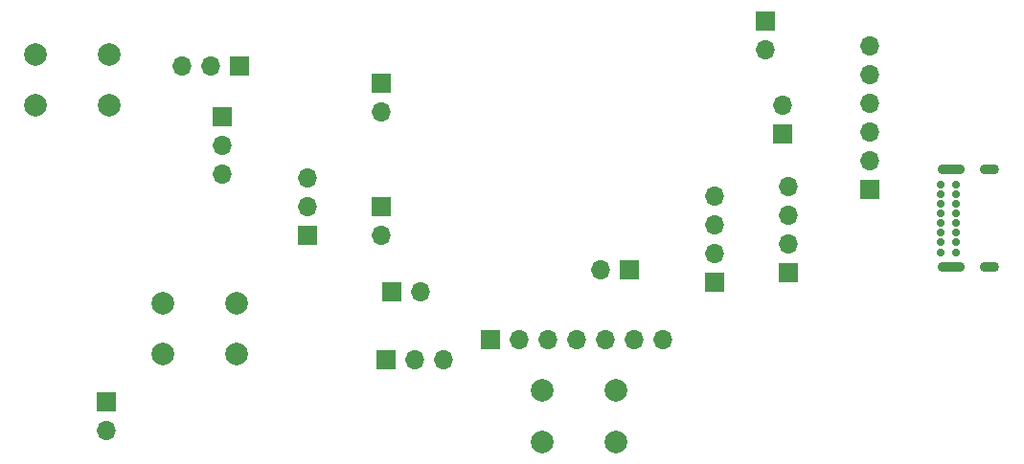
<source format=gbr>
G04 #@! TF.GenerationSoftware,KiCad,Pcbnew,8.0.4*
G04 #@! TF.CreationDate,2024-11-04T17:51:44-06:00*
G04 #@! TF.ProjectId,final_project_v0.1,66696e61-6c5f-4707-926f-6a6563745f76,rev?*
G04 #@! TF.SameCoordinates,Original*
G04 #@! TF.FileFunction,Soldermask,Bot*
G04 #@! TF.FilePolarity,Negative*
%FSLAX46Y46*%
G04 Gerber Fmt 4.6, Leading zero omitted, Abs format (unit mm)*
G04 Created by KiCad (PCBNEW 8.0.4) date 2024-11-04 17:51:44*
%MOMM*%
%LPD*%
G01*
G04 APERTURE LIST*
%ADD10C,2.000000*%
%ADD11R,1.700000X1.700000*%
%ADD12O,1.700000X1.700000*%
%ADD13C,0.700000*%
%ADD14O,2.400000X0.900000*%
%ADD15O,1.700000X0.900000*%
G04 APERTURE END LIST*
D10*
G04 #@! TO.C,SW2*
X94500000Y-101500000D03*
X88000000Y-101500000D03*
X94500000Y-97000000D03*
X88000000Y-97000000D03*
G04 #@! TD*
D11*
G04 #@! TO.C,J2*
X148000000Y-117120000D03*
D12*
X148000000Y-114580000D03*
X148000000Y-112040000D03*
X148000000Y-109500000D03*
G04 #@! TD*
D11*
G04 #@! TO.C,DebugSerialPort1*
X161750000Y-108910000D03*
D12*
X161750000Y-106370000D03*
X161750000Y-103830000D03*
X161750000Y-101290000D03*
X161750000Y-98750000D03*
X161750000Y-96210000D03*
G04 #@! TD*
D11*
G04 #@! TO.C,J10*
X119460000Y-118000000D03*
D12*
X122000000Y-118000000D03*
G04 #@! TD*
D11*
G04 #@! TO.C,J9*
X154000000Y-104040000D03*
D12*
X154000000Y-101500000D03*
G04 #@! TD*
D11*
G04 #@! TO.C,MICDA1*
X112000000Y-113025000D03*
D12*
X112000000Y-110485000D03*
X112000000Y-107945000D03*
G04 #@! TD*
D11*
G04 #@! TO.C,AudioAmplifier1*
X128170000Y-122250000D03*
D12*
X130710000Y-122250000D03*
X133250000Y-122250000D03*
X135790000Y-122250000D03*
X138330000Y-122250000D03*
X140870000Y-122250000D03*
X143410000Y-122250000D03*
G04 #@! TD*
D10*
G04 #@! TO.C,SW3*
X132750000Y-126750000D03*
X139250000Y-126750000D03*
X132750000Y-131250000D03*
X139250000Y-131250000D03*
G04 #@! TD*
D11*
G04 #@! TO.C,J4*
X119000000Y-124000000D03*
D12*
X121540000Y-124000000D03*
X124080000Y-124000000D03*
G04 #@! TD*
D13*
G04 #@! TO.C,J1*
X167975000Y-114475000D03*
X167975000Y-113625000D03*
X167975000Y-112775000D03*
X167975000Y-111925000D03*
X167975000Y-111075000D03*
X167975000Y-110225000D03*
X167975000Y-109375000D03*
X167975000Y-108525000D03*
X169325000Y-108525000D03*
X169325000Y-109375000D03*
X169325000Y-110225000D03*
X169325000Y-111075000D03*
X169325000Y-111925000D03*
X169325000Y-112775000D03*
X169325000Y-113625000D03*
X169325000Y-114475000D03*
D14*
X168955000Y-115825000D03*
D15*
X172335000Y-115825000D03*
D14*
X168955000Y-107175000D03*
D15*
X172335000Y-107175000D03*
G04 #@! TD*
D11*
G04 #@! TO.C,J11*
X94250000Y-127750000D03*
D12*
X94250000Y-130290000D03*
G04 #@! TD*
D11*
G04 #@! TO.C,MICCLK1*
X106000000Y-98000000D03*
D12*
X103460000Y-98000000D03*
X100920000Y-98000000D03*
G04 #@! TD*
D11*
G04 #@! TO.C,J7*
X140500000Y-116000000D03*
D12*
X137960000Y-116000000D03*
G04 #@! TD*
D11*
G04 #@! TO.C,J5*
X118500000Y-110460000D03*
D12*
X118500000Y-113000000D03*
G04 #@! TD*
D11*
G04 #@! TO.C,J6*
X152500000Y-94000000D03*
D12*
X152500000Y-96540000D03*
G04 #@! TD*
D10*
G04 #@! TO.C,SW1*
X99250000Y-119000000D03*
X105750000Y-119000000D03*
X99250000Y-123500000D03*
X105750000Y-123500000D03*
G04 #@! TD*
D11*
G04 #@! TO.C,J3*
X104500000Y-102500000D03*
D12*
X104500000Y-105040000D03*
X104500000Y-107580000D03*
G04 #@! TD*
D11*
G04 #@! TO.C,J8*
X118500000Y-99500000D03*
D12*
X118500000Y-102040000D03*
G04 #@! TD*
D11*
G04 #@! TO.C,LCDDisplay1*
X154500000Y-116300000D03*
D12*
X154500000Y-113760000D03*
X154500000Y-111220000D03*
X154500000Y-108680000D03*
G04 #@! TD*
M02*

</source>
